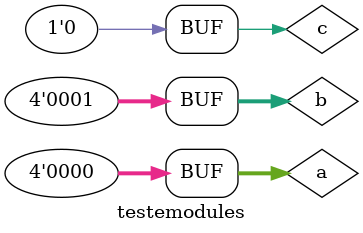
<source format=v>


// -------------------------------------------------
// -- HALF SUBTRACTOR
// -------------------------------------------------
module halfSubtractor(co, s0, a, c);
	output co;
	output s0;
	input   a;
	input   c;
	wire x1;
	xor A(s0, a, c);
	not N1(x1, a);
	and B(co, x1, c);
endmodule

// -------------------------------------------------
// -- FULL SUBTRACTOR
// -------------------------------------------------
module fullSubtractor(co, s0, a, b, c);
	output s0;
	output co;
	input   a;
	input   b;
	input   c;
	
	wire x1, x2, x3;
	halfSubtractor A(x2, x1, a, b);
	halfSubtractor B(x3, s0, x1, c);
	or 				C(co, x3, x2);
endmodule


// -------------------------------------------------
// -- FULL SUBTRACTOR 4Bits
// -------------------------------------------------
module fullSubtractor4B(co, s, a, b, c);
	output [3:0]s;
	output co;
	input  [3:0]a;
	input  [3:0]b;
	input  c;
	
	wire	x1, x2, x3;
	fullSubtractor A(x1, s[0], a[0], b[0], c);
	fullSubtractor B(x2, s[1], a[1], b[1], x1);
	fullSubtractor C(x3, s[2], a[2], b[2], x2);
	fullSubtractor D(co, s[3], a[3], b[3], x3);
endmodule

// -------------------------------------------------
// -- teste
// -------------------------------------------------
module testemodules();
	reg 	[3:0]a;
	reg 	[3:0]b;
	reg 	c;
	wire	[3:0]s;
	wire	co;
	
	fullSubtractor4B A(co, s, a, b, c);
	
	initial begin:start
		a = 4'b0000;
		b = 4'b0000;
		c = 0;
	end
	
	initial begin
		$display("Subtrator completo");
		$monitor("%4b - %4b = %4b", 
					 a, b, s);			 
		a = 4'b0001; b = 4'b0001; c = 0;
	#1
		a = 4'b0010; b = 4'b0001; c = 0;
	#1
		a = 4'b1000; b = 4'b0001; c = 0;
	#1
		a = 4'b1000; b = 4'b0010; c = 0;
	#1
		a = 4'b1000; b = 4'b0011; c = 0;
	#1
		a = 4'b0000; b = 4'b0001; c = 0;	
	end
	
endmodule
</source>
